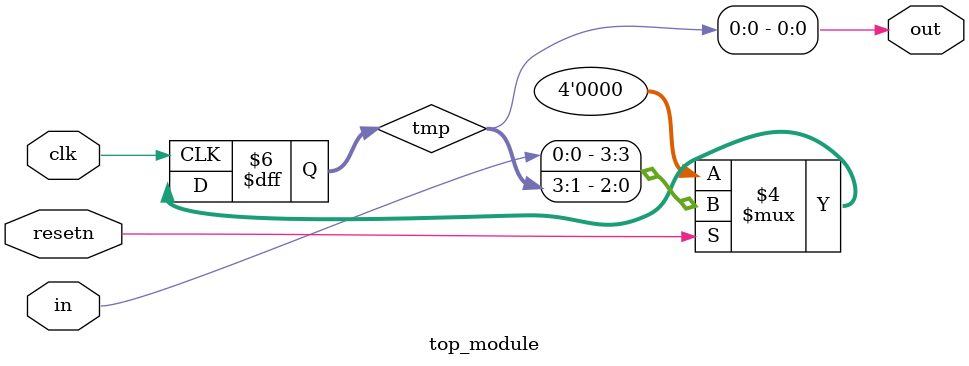
<source format=v>
module top_module (
    input clk,
    input resetn,   // synchronous reset
    input in,
    output out);
    
    reg [3:0] tmp;
    assign out = tmp[0];
    
    always @(posedge clk) begin
        if(~resetn)
            tmp <= 4'h0;
        else
            tmp <= {in,tmp[3:1]};
    end

endmodule
</source>
